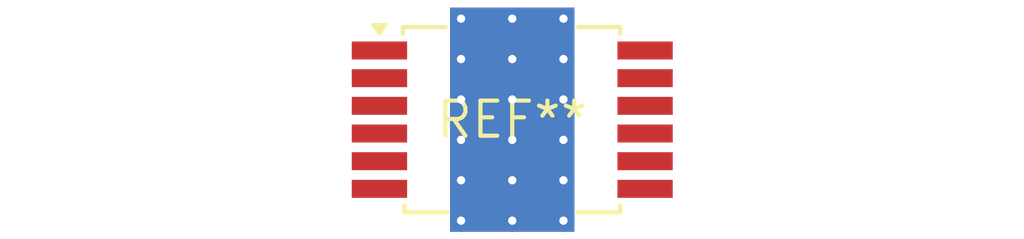
<source format=kicad_pcb>
(kicad_pcb (version 20240108) (generator pcbnew)
  (layers (0 "F.Cu" signal) (31 "B.Cu" signal) (34 "B.Paste" user) (35 "F.Paste" user) (36 "B.SilkS" user "B.Silkscreen") (37 "F.SilkS" user "F.Silkscreen") (38 "B.Mask" user) (39 "F.Mask" user) (44 "Edge.Cuts" user))
  (net 0 "")
  (footprint "Infineon_PG-DSO-12-11_ThermalVias" (layer "F.Cu") (at 0 0)
    (property "Reference" "REF**")
    (property "Value" "Infineon_PG-DSO-12-11_ThermalVias")
    (fp_line (start -3.95 -3.35) (end -2.4 -3.35) (layer "F.SilkS") (stroke (width 0.15)))
    (fp_line (start -3.95 -3.1) (end -3.95 -3.35) (layer "F.SilkS") (stroke (width 0.15)))
    (fp_line (start -3.9 3.1) (end -3.9 3.35) (layer "F.SilkS") (stroke (width 0.15)))
    (fp_line (start -3.9 3.35) (end -2.35 3.35) (layer "F.SilkS") (stroke (width 0.15)))
    (fp_line (start 3.9 -3.35) (end 2.35 -3.35) (layer "F.SilkS") (stroke (width 0.15)))
    (fp_line (start 3.9 -3.1) (end 3.9 -3.35) (layer "F.SilkS") (stroke (width 0.15)))
    (fp_line (start 3.9 3.1) (end 3.9 3.35) (layer "F.SilkS") (stroke (width 0.15)))
    (fp_line (start 3.9 3.35) (end 2.35 3.35) (layer "F.SilkS") (stroke (width 0.15)))
    (fp_poly (pts (xy -4.8 -3.1) (xy -5.04 -3.43) (xy -4.56 -3.43) (xy -4.8 -3.1)) (layer "F.SilkS") (stroke (width 0.12)) (fill solid))
    (pad "1" smd rect (at -4.8 -2.5) (size 2 0.65) (layers "F.Cu" "F.Paste" "F.Mask"))
    (pad "2" smd rect (at -4.8 -1.5) (size 2 0.65) (layers "F.Cu" "F.Paste" "F.Mask"))
    (pad "3" smd rect (at -4.8 -0.5) (size 2 0.65) (layers "F.Cu" "F.Paste" "F.Mask"))
    (pad "4" smd rect (at -4.8 0.5) (size 2 0.65) (layers "F.Cu" "F.Paste" "F.Mask"))
    (pad "5" smd rect (at -4.8 1.5) (size 2 0.65) (layers "F.Cu" "F.Paste" "F.Mask"))
    (pad "6" smd rect (at -4.8 2.5) (size 2 0.65) (layers "F.Cu" "F.Paste" "F.Mask"))
    (pad "7" smd rect (at 4.8 2.5) (size 2 0.65) (layers "F.Cu" "F.Paste" "F.Mask"))
    (pad "8" smd rect (at 4.8 1.5) (size 2 0.65) (layers "F.Cu" "F.Paste" "F.Mask"))
    (pad "9" smd rect (at 4.8 0.5) (size 2 0.65) (layers "F.Cu" "F.Paste" "F.Mask"))
    (pad "10" smd rect (at 4.8 -0.5) (size 2 0.65) (layers "F.Cu" "F.Paste" "F.Mask"))
    (pad "11" smd rect (at 4.8 -1.5) (size 2 0.65) (layers "F.Cu" "F.Paste" "F.Mask"))
    (pad "12" smd rect (at 4.8 -2.5) (size 2 0.65) (layers "F.Cu" "F.Paste" "F.Mask"))
    (pad "13" thru_hole circle (at -1.85 -3.65) (size 0.8 0.8) (drill 0.3) (layers *.Cu) (remove_unused_layers))
    (pad "13" thru_hole circle (at -1.85 -2.19) (size 0.8 0.8) (drill 0.3) (layers *.Cu) (remove_unused_layers))
    (pad "13" thru_hole circle (at -1.85 -0.73) (size 0.8 0.8) (drill 0.3) (layers *.Cu) (remove_unused_layers))
    (pad "13" thru_hole circle (at -1.85 0.73) (size 0.8 0.8) (drill 0.3) (layers *.Cu) (remove_unused_layers))
    (pad "13" thru_hole circle (at -1.85 2.19) (size 0.8 0.8) (drill 0.3) (layers *.Cu) (remove_unused_layers))
    (pad "13" thru_hole circle (at -1.85 3.65) (size 0.8 0.8) (drill 0.3) (layers *.Cu) (remove_unused_layers))
    (pad "13" thru_hole circle (at 0 -3.65) (size 0.8 0.8) (drill 0.3) (layers *.Cu) (remove_unused_layers))
    (pad "13" thru_hole circle (at 0 -2.19) (size 0.8 0.8) (drill 0.3) (layers *.Cu) (remove_unused_layers))
    (pad "13" thru_hole circle (at 0 -0.73) (size 0.8 0.8) (drill 0.3) (layers *.Cu) (remove_unused_layers))
    (pad "13" smd rect (at 0 0) (size 4.5 8.1) (layers "F.Cu" "F.Mask"))
    (pad "13" smd rect (at 0 0) (size 4.5 8.1) (layers "B.Cu"))
    (pad "13" thru_hole circle (at 0 0.73) (size 0.8 0.8) (drill 0.3) (layers *.Cu) (remove_unused_layers))
    (pad "13" thru_hole circle (at 0 2.19) (size 0.8 0.8) (drill 0.3) (layers *.Cu) (remove_unused_layers))
    (pad "13" thru_hole circle (at 0 3.65) (size 0.8 0.8) (drill 0.3) (layers *.Cu) (remove_unused_layers))
    (pad "13" thru_hole circle (at 1.85 -3.65) (size 0.8 0.8) (drill 0.3) (layers *.Cu) (remove_unused_layers))
    (pad "13" thru_hole circle (at 1.85 -2.19) (size 0.8 0.8) (drill 0.3) (layers *.Cu) (remove_unused_layers))
    (pad "13" thru_hole circle (at 1.85 -0.73) (size 0.8 0.8) (drill 0.3) (layers *.Cu) (remove_unused_layers))
    (pad "13" thru_hole circle (at 1.85 0.73) (size 0.8 0.8) (drill 0.3) (layers *.Cu) (remove_unused_layers))
    (pad "13" thru_hole circle (at 1.85 2.19) (size 0.8 0.8) (drill 0.3) (layers *.Cu) (remove_unused_layers))
    (pad "13" thru_hole circle (at 1.85 3.65) (size 0.8 0.8) (drill 0.3) (layers *.Cu) (remove_unused_layers))
  )
)
</source>
